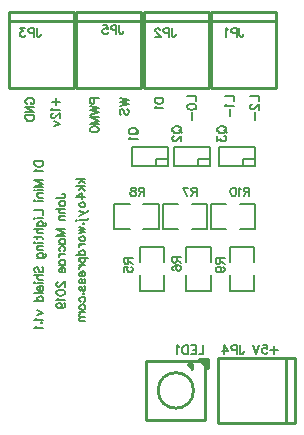
<source format=gbo>
G04 Layer: BottomSilkLayer*
G04 EasyEDA v6.1.52, Mon, 29 Jul 2019 07:14:48 GMT*
G04 763c4d154c644d5a9bd2c91acdf97d9b,a2ddd735335a41bd89ccdca2c933086a,10*
G04 Gerber Generator version 0.2*
G04 Scale: 100 percent, Rotated: No, Reflected: No *
G04 Dimensions in millimeters *
G04 leading zeros omitted , absolute positions ,3 integer and 3 decimal *
%FSLAX33Y33*%
%MOMM*%
G90*
G71D02*

%ADD10C,0.254000*%
%ADD27C,0.199898*%
%ADD29C,0.152400*%
%ADD30C,0.203200*%

%LPD*%
G54D27*
G01X15955Y16491D02*
G01X14635Y16491D01*
G01X14635Y18561D01*
G01X15955Y18561D01*
G01X17087Y16491D02*
G01X18407Y16491D01*
G01X18407Y18561D01*
G01X17087Y18561D01*
G01X18687Y12526D02*
G01X18687Y11206D01*
G01X16617Y11206D01*
G01X16617Y12526D01*
G01X18687Y13658D02*
G01X18687Y14978D01*
G01X16617Y14978D01*
G01X16617Y13658D01*
G01X22370Y12526D02*
G01X22370Y11206D01*
G01X20300Y11206D01*
G01X20300Y12526D01*
G01X22370Y13658D02*
G01X22370Y14978D01*
G01X20300Y14978D01*
G01X20300Y13658D01*
G01X20019Y16491D02*
G01X18699Y16491D01*
G01X18699Y18561D01*
G01X20019Y18561D01*
G01X21151Y16491D02*
G01X22471Y16491D01*
G01X22471Y18561D01*
G01X21151Y18561D01*
G01X13000Y18560D02*
G01X14320Y18560D01*
G01X14320Y16490D01*
G01X13000Y16490D01*
G01X11868Y18560D02*
G01X10548Y18560D01*
G01X10548Y16490D01*
G01X11868Y16490D01*
G01X14750Y12526D02*
G01X14750Y11206D01*
G01X12680Y11206D01*
G01X12680Y12526D01*
G01X14750Y13658D02*
G01X14750Y14978D01*
G01X12680Y14978D01*
G01X12680Y13658D01*
G54D10*
G01X18516Y34874D02*
G01X13030Y34874D01*
G01X13030Y34874D02*
G01X13030Y34112D01*
G01X13030Y34112D02*
G01X13030Y28371D01*
G01X13030Y28371D02*
G01X18516Y28371D01*
G01X18516Y28371D02*
G01X18516Y34112D01*
G01X18516Y34112D02*
G01X18516Y34874D01*
G01X18516Y34112D02*
G01X13030Y34112D01*
G01X25857Y25D02*
G01X25857Y5511D01*
G01X25857Y5511D02*
G01X25095Y5511D01*
G01X25095Y5511D02*
G01X19354Y5511D01*
G01X19354Y5511D02*
G01X19354Y25D01*
G01X19354Y25D02*
G01X25095Y25D01*
G01X25095Y25D02*
G01X25857Y25D01*
G01X25095Y25D02*
G01X25095Y5511D01*
G01X7086Y34874D02*
G01X1600Y34874D01*
G01X1600Y34874D02*
G01X1600Y34112D01*
G01X1600Y34112D02*
G01X1600Y28371D01*
G01X1600Y28371D02*
G01X7086Y28371D01*
G01X7086Y28371D02*
G01X7086Y34112D01*
G01X7086Y34112D02*
G01X7086Y34874D01*
G01X7086Y34112D02*
G01X1600Y34112D01*
G01X24231Y34874D02*
G01X18745Y34874D01*
G01X18745Y34874D02*
G01X18745Y34112D01*
G01X18745Y34112D02*
G01X18745Y28371D01*
G01X18745Y28371D02*
G01X24231Y28371D01*
G01X24231Y28371D02*
G01X24231Y34112D01*
G01X24231Y34112D02*
G01X24231Y34874D01*
G01X24231Y34112D02*
G01X18745Y34112D01*
G54D30*
G01X15113Y22402D02*
G01X14097Y22402D01*
G01X14097Y22402D02*
G01X14097Y21793D01*
G01X15113Y23418D02*
G01X12065Y23418D01*
G01X12065Y23418D02*
G01X12065Y21793D01*
G01X12065Y21793D02*
G01X15113Y21793D01*
G01X15113Y21793D02*
G01X15113Y23418D01*
G01X18669Y22402D02*
G01X17653Y22402D01*
G01X17653Y22402D02*
G01X17653Y21793D01*
G01X18669Y23418D02*
G01X15621Y23418D01*
G01X15621Y23418D02*
G01X15621Y21793D01*
G01X15621Y21793D02*
G01X18669Y21793D01*
G01X18669Y21793D02*
G01X18669Y23418D01*
G01X22479Y22402D02*
G01X21463Y22402D01*
G01X21463Y22402D02*
G01X21463Y21793D01*
G01X22479Y23418D02*
G01X19431Y23418D01*
G01X19431Y23418D02*
G01X19431Y21793D01*
G01X19431Y21793D02*
G01X22479Y21793D01*
G01X22479Y21793D02*
G01X22479Y23418D01*
G54D10*
G01X12801Y34874D02*
G01X7315Y34874D01*
G01X7315Y34874D02*
G01X7315Y34112D01*
G01X7315Y34112D02*
G01X7315Y28371D01*
G01X7315Y28371D02*
G01X12801Y28371D01*
G01X12801Y28371D02*
G01X12801Y34112D01*
G01X12801Y34112D02*
G01X12801Y34874D01*
G01X12801Y34112D02*
G01X7315Y34112D01*
G01X13247Y294D02*
G01X18247Y294D01*
G01X18247Y5294D01*
G01X13247Y5294D01*
G01X13247Y294D01*
G01X18447Y4694D02*
G01X18447Y5444D01*
G01X17697Y5444D01*
G01X18447Y4694D01*
G01X17147Y4594D02*
G01X17147Y4994D01*
G01X16747Y4994D01*
G01X17147Y4594D01*
G54D30*
G01X5276Y27247D02*
G01X5899Y27247D01*
G01X5588Y27559D02*
G01X5588Y26935D01*
G01X5310Y26706D02*
G01X5276Y26637D01*
G01X5172Y26533D01*
G01X5899Y26533D01*
G01X5345Y26270D02*
G01X5310Y26270D01*
G01X5241Y26235D01*
G01X5207Y26201D01*
G01X5172Y26131D01*
G01X5172Y25993D01*
G01X5207Y25924D01*
G01X5241Y25889D01*
G01X5310Y25854D01*
G01X5380Y25854D01*
G01X5449Y25889D01*
G01X5553Y25958D01*
G01X5899Y26305D01*
G01X5899Y25820D01*
G01X5414Y25591D02*
G01X5899Y25383D01*
G01X5414Y25176D02*
G01X5899Y25383D01*
G01X3186Y27039D02*
G01X3117Y27074D01*
G01X3048Y27143D01*
G01X3013Y27212D01*
G01X3013Y27351D01*
G01X3048Y27420D01*
G01X3117Y27489D01*
G01X3186Y27524D01*
G01X3290Y27559D01*
G01X3463Y27559D01*
G01X3567Y27524D01*
G01X3636Y27489D01*
G01X3706Y27420D01*
G01X3740Y27351D01*
G01X3740Y27212D01*
G01X3706Y27143D01*
G01X3636Y27074D01*
G01X3567Y27039D01*
G01X3463Y27039D01*
G01X3463Y27212D02*
G01X3463Y27039D01*
G01X3013Y26810D02*
G01X3740Y26810D01*
G01X3013Y26810D02*
G01X3740Y26325D01*
G01X3013Y26325D02*
G01X3740Y26325D01*
G01X3013Y26097D02*
G01X3740Y26097D01*
G01X3013Y26097D02*
G01X3013Y25854D01*
G01X3048Y25750D01*
G01X3117Y25681D01*
G01X3186Y25647D01*
G01X3290Y25612D01*
G01X3463Y25612D01*
G01X3567Y25647D01*
G01X3636Y25681D01*
G01X3706Y25750D01*
G01X3740Y25854D01*
G01X3740Y26097D01*
G01X13972Y27559D02*
G01X14700Y27559D01*
G01X13972Y27559D02*
G01X13972Y27316D01*
G01X14007Y27212D01*
G01X14076Y27143D01*
G01X14146Y27108D01*
G01X14250Y27074D01*
G01X14423Y27074D01*
G01X14527Y27108D01*
G01X14596Y27143D01*
G01X14665Y27212D01*
G01X14700Y27316D01*
G01X14700Y27559D01*
G01X14111Y26845D02*
G01X14076Y26776D01*
G01X13972Y26672D01*
G01X14700Y26672D01*
G01X22063Y27686D02*
G01X22790Y27686D01*
G01X22790Y27686D02*
G01X22790Y27270D01*
G01X22236Y27007D02*
G01X22201Y27007D01*
G01X22132Y26972D01*
G01X22098Y26937D01*
G01X22063Y26868D01*
G01X22063Y26730D01*
G01X22098Y26660D01*
G01X22132Y26626D01*
G01X22201Y26591D01*
G01X22271Y26591D01*
G01X22340Y26626D01*
G01X22444Y26695D01*
G01X22790Y27041D01*
G01X22790Y26556D01*
G01X22479Y26328D02*
G01X22479Y25704D01*
G01X19904Y27686D02*
G01X20631Y27686D01*
G01X20631Y27686D02*
G01X20631Y27270D01*
G01X20042Y27041D02*
G01X20008Y26972D01*
G01X19904Y26868D01*
G01X20631Y26868D01*
G01X20320Y26639D02*
G01X20320Y26016D01*
G01X16729Y27686D02*
G01X17456Y27686D01*
G01X17456Y27686D02*
G01X17456Y27270D01*
G01X16729Y26833D02*
G01X16764Y26937D01*
G01X16867Y27007D01*
G01X17041Y27041D01*
G01X17145Y27041D01*
G01X17318Y27007D01*
G01X17422Y26937D01*
G01X17456Y26833D01*
G01X17456Y26764D01*
G01X17422Y26660D01*
G01X17318Y26591D01*
G01X17145Y26556D01*
G01X17041Y26556D01*
G01X16867Y26591D01*
G01X16764Y26660D01*
G01X16729Y26764D01*
G01X16729Y26833D01*
G01X17145Y26328D02*
G01X17145Y25704D01*
G01X11014Y27559D02*
G01X11741Y27385D01*
G01X11014Y27212D02*
G01X11741Y27385D01*
G01X11014Y27212D02*
G01X11741Y27039D01*
G01X11014Y26866D02*
G01X11741Y27039D01*
G01X11118Y26152D02*
G01X11049Y26222D01*
G01X11014Y26325D01*
G01X11014Y26464D01*
G01X11049Y26568D01*
G01X11118Y26637D01*
G01X11187Y26637D01*
G01X11256Y26603D01*
G01X11291Y26568D01*
G01X11326Y26499D01*
G01X11395Y26291D01*
G01X11430Y26222D01*
G01X11464Y26187D01*
G01X11533Y26152D01*
G01X11637Y26152D01*
G01X11707Y26222D01*
G01X11741Y26325D01*
G01X11741Y26464D01*
G01X11707Y26568D01*
G01X11637Y26637D01*
G01X8474Y27559D02*
G01X9201Y27559D01*
G01X8474Y27559D02*
G01X8474Y27247D01*
G01X8509Y27143D01*
G01X8543Y27108D01*
G01X8612Y27074D01*
G01X8716Y27074D01*
G01X8786Y27108D01*
G01X8820Y27143D01*
G01X8855Y27247D01*
G01X8855Y27559D01*
G01X8474Y26845D02*
G01X9201Y26672D01*
G01X8474Y26499D02*
G01X9201Y26672D01*
G01X8474Y26499D02*
G01X9201Y26325D01*
G01X8474Y26152D02*
G01X9201Y26325D01*
G01X8474Y25924D02*
G01X9201Y25924D01*
G01X8474Y25924D02*
G01X9201Y25647D01*
G01X8474Y25369D02*
G01X9201Y25647D01*
G01X8474Y25369D02*
G01X9201Y25369D01*
G01X8474Y24933D02*
G01X8509Y25037D01*
G01X8612Y25106D01*
G01X8786Y25141D01*
G01X8890Y25141D01*
G01X9063Y25106D01*
G01X9167Y25037D01*
G01X9201Y24933D01*
G01X9201Y24864D01*
G01X9167Y24760D01*
G01X9063Y24691D01*
G01X8890Y24656D01*
G01X8786Y24656D01*
G01X8612Y24691D01*
G01X8509Y24760D01*
G01X8474Y24864D01*
G01X8474Y24933D01*
G54D29*
G01X24072Y6534D02*
G01X24072Y5911D01*
G01X24384Y6223D02*
G01X23760Y6223D01*
G01X23116Y6638D02*
G01X23462Y6638D01*
G01X23497Y6326D01*
G01X23462Y6361D01*
G01X23358Y6396D01*
G01X23254Y6396D01*
G01X23150Y6361D01*
G01X23081Y6292D01*
G01X23047Y6188D01*
G01X23047Y6119D01*
G01X23081Y6015D01*
G01X23150Y5945D01*
G01X23254Y5911D01*
G01X23358Y5911D01*
G01X23462Y5945D01*
G01X23497Y5980D01*
G01X23531Y6049D01*
G01X22818Y6638D02*
G01X22541Y5911D01*
G01X22264Y6638D02*
G01X22541Y5911D01*
G54D30*
G01X3775Y22225D02*
G01X4502Y22225D01*
G01X3775Y22225D02*
G01X3775Y21982D01*
G01X3810Y21878D01*
G01X3879Y21809D01*
G01X3948Y21774D01*
G01X4052Y21740D01*
G01X4225Y21740D01*
G01X4329Y21774D01*
G01X4398Y21809D01*
G01X4468Y21878D01*
G01X4502Y21982D01*
G01X4502Y22225D01*
G01X3913Y21511D02*
G01X3879Y21442D01*
G01X3775Y21338D01*
G01X4502Y21338D01*
G01X3775Y20576D02*
G01X4502Y20576D01*
G01X3775Y20576D02*
G01X4502Y20299D01*
G01X3775Y20022D02*
G01X4502Y20299D01*
G01X3775Y20022D02*
G01X4502Y20022D01*
G01X3775Y19793D02*
G01X3810Y19758D01*
G01X3775Y19724D01*
G01X3740Y19758D01*
G01X3775Y19793D01*
G01X4017Y19758D02*
G01X4502Y19758D01*
G01X4017Y19495D02*
G01X4502Y19495D01*
G01X4156Y19495D02*
G01X4052Y19391D01*
G01X4017Y19322D01*
G01X4017Y19218D01*
G01X4052Y19149D01*
G01X4156Y19114D01*
G01X4502Y19114D01*
G01X3775Y18886D02*
G01X3810Y18851D01*
G01X3775Y18816D01*
G01X3740Y18851D01*
G01X3775Y18886D01*
G01X4017Y18851D02*
G01X4502Y18851D01*
G01X3775Y18054D02*
G01X4502Y18054D01*
G01X4502Y18054D02*
G01X4502Y17639D01*
G01X3775Y17410D02*
G01X3810Y17375D01*
G01X3775Y17341D01*
G01X3740Y17375D01*
G01X3775Y17410D01*
G01X4017Y17375D02*
G01X4502Y17375D01*
G01X4017Y16697D02*
G01X4572Y16697D01*
G01X4675Y16731D01*
G01X4710Y16766D01*
G01X4745Y16835D01*
G01X4745Y16939D01*
G01X4710Y17008D01*
G01X4121Y16697D02*
G01X4052Y16766D01*
G01X4017Y16835D01*
G01X4017Y16939D01*
G01X4052Y17008D01*
G01X4121Y17078D01*
G01X4225Y17112D01*
G01X4294Y17112D01*
G01X4398Y17078D01*
G01X4468Y17008D01*
G01X4502Y16939D01*
G01X4502Y16835D01*
G01X4468Y16766D01*
G01X4398Y16697D01*
G01X3775Y16468D02*
G01X4502Y16468D01*
G01X4156Y16468D02*
G01X4052Y16364D01*
G01X4017Y16295D01*
G01X4017Y16191D01*
G01X4052Y16122D01*
G01X4156Y16087D01*
G01X4502Y16087D01*
G01X3775Y15754D02*
G01X4364Y15754D01*
G01X4468Y15720D01*
G01X4502Y15651D01*
G01X4502Y15581D01*
G01X4017Y15858D02*
G01X4017Y15616D01*
G01X3775Y15353D02*
G01X3810Y15318D01*
G01X3775Y15283D01*
G01X3740Y15318D01*
G01X3775Y15353D01*
G01X4017Y15318D02*
G01X4502Y15318D01*
G01X4017Y15055D02*
G01X4502Y15055D01*
G01X4156Y15055D02*
G01X4052Y14951D01*
G01X4017Y14882D01*
G01X4017Y14778D01*
G01X4052Y14708D01*
G01X4156Y14674D01*
G01X4502Y14674D01*
G01X4017Y14030D02*
G01X4572Y14030D01*
G01X4675Y14064D01*
G01X4710Y14099D01*
G01X4745Y14168D01*
G01X4745Y14272D01*
G01X4710Y14341D01*
G01X4121Y14030D02*
G01X4052Y14099D01*
G01X4017Y14168D01*
G01X4017Y14272D01*
G01X4052Y14341D01*
G01X4121Y14411D01*
G01X4225Y14445D01*
G01X4294Y14445D01*
G01X4398Y14411D01*
G01X4468Y14341D01*
G01X4502Y14272D01*
G01X4502Y14168D01*
G01X4468Y14099D01*
G01X4398Y14030D01*
G01X3879Y12783D02*
G01X3810Y12852D01*
G01X3775Y12956D01*
G01X3775Y13094D01*
G01X3810Y13198D01*
G01X3879Y13268D01*
G01X3948Y13268D01*
G01X4017Y13233D01*
G01X4052Y13198D01*
G01X4087Y13129D01*
G01X4156Y12921D01*
G01X4191Y12852D01*
G01X4225Y12817D01*
G01X4294Y12783D01*
G01X4398Y12783D01*
G01X4468Y12852D01*
G01X4502Y12956D01*
G01X4502Y13094D01*
G01X4468Y13198D01*
G01X4398Y13268D01*
G01X3775Y12554D02*
G01X4502Y12554D01*
G01X4156Y12554D02*
G01X4052Y12450D01*
G01X4017Y12381D01*
G01X4017Y12277D01*
G01X4052Y12208D01*
G01X4156Y12173D01*
G01X4502Y12173D01*
G01X3775Y11944D02*
G01X3810Y11910D01*
G01X3775Y11875D01*
G01X3740Y11910D01*
G01X3775Y11944D01*
G01X4017Y11910D02*
G01X4502Y11910D01*
G01X4225Y11647D02*
G01X4225Y11231D01*
G01X4156Y11231D01*
G01X4087Y11266D01*
G01X4052Y11300D01*
G01X4017Y11369D01*
G01X4017Y11473D01*
G01X4052Y11543D01*
G01X4121Y11612D01*
G01X4225Y11647D01*
G01X4294Y11647D01*
G01X4398Y11612D01*
G01X4468Y11543D01*
G01X4502Y11473D01*
G01X4502Y11369D01*
G01X4468Y11300D01*
G01X4398Y11231D01*
G01X3775Y11002D02*
G01X4502Y11002D01*
G01X3775Y10358D02*
G01X4502Y10358D01*
G01X4121Y10358D02*
G01X4052Y10427D01*
G01X4017Y10497D01*
G01X4017Y10601D01*
G01X4052Y10670D01*
G01X4121Y10739D01*
G01X4225Y10774D01*
G01X4294Y10774D01*
G01X4398Y10739D01*
G01X4468Y10670D01*
G01X4502Y10601D01*
G01X4502Y10497D01*
G01X4468Y10427D01*
G01X4398Y10358D01*
G01X4017Y9596D02*
G01X4502Y9388D01*
G01X4017Y9180D02*
G01X4502Y9388D01*
G01X3913Y8952D02*
G01X3879Y8883D01*
G01X3775Y8779D01*
G01X4502Y8779D01*
G01X4329Y8515D02*
G01X4364Y8550D01*
G01X4398Y8515D01*
G01X4364Y8481D01*
G01X4329Y8515D01*
G01X3913Y8252D02*
G01X3879Y8183D01*
G01X3775Y8079D01*
G01X4502Y8079D01*
G01X5635Y19084D02*
G01X6189Y19084D01*
G01X6293Y19119D01*
G01X6327Y19153D01*
G01X6362Y19223D01*
G01X6362Y19292D01*
G01X6327Y19361D01*
G01X6293Y19396D01*
G01X6189Y19431D01*
G01X6120Y19431D01*
G01X5877Y18682D02*
G01X5912Y18752D01*
G01X5981Y18821D01*
G01X6085Y18856D01*
G01X6154Y18856D01*
G01X6258Y18821D01*
G01X6327Y18752D01*
G01X6362Y18682D01*
G01X6362Y18578D01*
G01X6327Y18509D01*
G01X6258Y18440D01*
G01X6154Y18405D01*
G01X6085Y18405D01*
G01X5981Y18440D01*
G01X5912Y18509D01*
G01X5877Y18578D01*
G01X5877Y18682D01*
G01X5635Y18177D02*
G01X6362Y18177D01*
G01X6016Y18177D02*
G01X5912Y18073D01*
G01X5877Y18003D01*
G01X5877Y17900D01*
G01X5912Y17830D01*
G01X6016Y17796D01*
G01X6362Y17796D01*
G01X5877Y17567D02*
G01X6362Y17567D01*
G01X6016Y17567D02*
G01X5912Y17463D01*
G01X5877Y17394D01*
G01X5877Y17290D01*
G01X5912Y17221D01*
G01X6016Y17186D01*
G01X6362Y17186D01*
G01X5635Y16424D02*
G01X6362Y16424D01*
G01X5635Y16424D02*
G01X6362Y16147D01*
G01X5635Y15870D02*
G01X6362Y16147D01*
G01X5635Y15870D02*
G01X6362Y15870D01*
G01X5877Y15226D02*
G01X6362Y15226D01*
G01X5981Y15226D02*
G01X5912Y15295D01*
G01X5877Y15364D01*
G01X5877Y15468D01*
G01X5912Y15537D01*
G01X5981Y15607D01*
G01X6085Y15641D01*
G01X6154Y15641D01*
G01X6258Y15607D01*
G01X6327Y15537D01*
G01X6362Y15468D01*
G01X6362Y15364D01*
G01X6327Y15295D01*
G01X6258Y15226D01*
G01X5981Y14581D02*
G01X5912Y14651D01*
G01X5877Y14720D01*
G01X5877Y14824D01*
G01X5912Y14893D01*
G01X5981Y14962D01*
G01X6085Y14997D01*
G01X6154Y14997D01*
G01X6258Y14962D01*
G01X6327Y14893D01*
G01X6362Y14824D01*
G01X6362Y14720D01*
G01X6327Y14651D01*
G01X6258Y14581D01*
G01X5877Y14353D02*
G01X6362Y14353D01*
G01X6085Y14353D02*
G01X5981Y14318D01*
G01X5912Y14249D01*
G01X5877Y14180D01*
G01X5877Y14076D01*
G01X5877Y13431D02*
G01X6362Y13431D01*
G01X5981Y13431D02*
G01X5912Y13501D01*
G01X5877Y13570D01*
G01X5877Y13674D01*
G01X5912Y13743D01*
G01X5981Y13812D01*
G01X6085Y13847D01*
G01X6154Y13847D01*
G01X6258Y13812D01*
G01X6327Y13743D01*
G01X6362Y13674D01*
G01X6362Y13570D01*
G01X6327Y13501D01*
G01X6258Y13431D01*
G01X6085Y13203D02*
G01X6085Y12787D01*
G01X6016Y12787D01*
G01X5946Y12822D01*
G01X5912Y12857D01*
G01X5877Y12926D01*
G01X5877Y13030D01*
G01X5912Y13099D01*
G01X5981Y13168D01*
G01X6085Y13203D01*
G01X6154Y13203D01*
G01X6258Y13168D01*
G01X6327Y13099D01*
G01X6362Y13030D01*
G01X6362Y12926D01*
G01X6327Y12857D01*
G01X6258Y12787D01*
G01X5808Y11991D02*
G01X5773Y11991D01*
G01X5704Y11956D01*
G01X5669Y11921D01*
G01X5635Y11852D01*
G01X5635Y11714D01*
G01X5669Y11644D01*
G01X5704Y11610D01*
G01X5773Y11575D01*
G01X5842Y11575D01*
G01X5912Y11610D01*
G01X6016Y11679D01*
G01X6362Y12025D01*
G01X6362Y11540D01*
G01X5635Y11104D02*
G01X5669Y11208D01*
G01X5773Y11277D01*
G01X5946Y11312D01*
G01X6050Y11312D01*
G01X6223Y11277D01*
G01X6327Y11208D01*
G01X6362Y11104D01*
G01X6362Y11035D01*
G01X6327Y10931D01*
G01X6223Y10861D01*
G01X6050Y10827D01*
G01X5946Y10827D01*
G01X5773Y10861D01*
G01X5669Y10931D01*
G01X5635Y11035D01*
G01X5635Y11104D01*
G01X5773Y10598D02*
G01X5739Y10529D01*
G01X5635Y10425D01*
G01X6362Y10425D01*
G01X5877Y9746D02*
G01X5981Y9781D01*
G01X6050Y9850D01*
G01X6085Y9954D01*
G01X6085Y9989D01*
G01X6050Y10093D01*
G01X5981Y10162D01*
G01X5877Y10196D01*
G01X5842Y10196D01*
G01X5739Y10162D01*
G01X5669Y10093D01*
G01X5635Y9989D01*
G01X5635Y9954D01*
G01X5669Y9850D01*
G01X5739Y9781D01*
G01X5877Y9746D01*
G01X6050Y9746D01*
G01X6223Y9781D01*
G01X6327Y9850D01*
G01X6362Y9954D01*
G01X6362Y10023D01*
G01X6327Y10127D01*
G01X6258Y10162D01*
G01X7331Y20701D02*
G01X8058Y20701D01*
G01X7573Y20354D02*
G01X7920Y20701D01*
G01X7781Y20562D02*
G01X8058Y20320D01*
G01X7331Y20091D02*
G01X8058Y20091D01*
G01X7573Y19745D02*
G01X7920Y20091D01*
G01X7781Y19952D02*
G01X8058Y19710D01*
G01X7331Y19135D02*
G01X7816Y19481D01*
G01X7816Y18962D01*
G01X7331Y19135D02*
G01X8058Y19135D01*
G01X7573Y18560D02*
G01X7608Y18629D01*
G01X7677Y18699D01*
G01X7781Y18733D01*
G01X7850Y18733D01*
G01X7954Y18699D01*
G01X8024Y18629D01*
G01X8058Y18560D01*
G01X8058Y18456D01*
G01X8024Y18387D01*
G01X7954Y18318D01*
G01X7850Y18283D01*
G01X7781Y18283D01*
G01X7677Y18318D01*
G01X7608Y18387D01*
G01X7573Y18456D01*
G01X7573Y18560D01*
G01X7573Y18020D02*
G01X8058Y17812D01*
G01X7573Y17604D02*
G01X8058Y17812D01*
G01X8197Y17881D01*
G01X8266Y17950D01*
G01X8301Y18020D01*
G01X8301Y18054D01*
G01X7331Y17237D02*
G01X7366Y17202D01*
G01X7331Y17168D01*
G01X7296Y17202D01*
G01X7331Y17237D01*
G01X7573Y17202D02*
G01X8162Y17202D01*
G01X8266Y17237D01*
G01X8301Y17306D01*
G01X8301Y17375D01*
G01X7885Y16904D02*
G01X7920Y16939D01*
G01X7954Y16904D01*
G01X7920Y16870D01*
G01X7885Y16904D01*
G01X7573Y16641D02*
G01X8058Y16503D01*
G01X7573Y16364D02*
G01X8058Y16503D01*
G01X7573Y16364D02*
G01X8058Y16225D01*
G01X7573Y16087D02*
G01X8058Y16225D01*
G01X7573Y15685D02*
G01X7608Y15754D01*
G01X7677Y15824D01*
G01X7781Y15858D01*
G01X7850Y15858D01*
G01X7954Y15824D01*
G01X8024Y15754D01*
G01X8058Y15685D01*
G01X8058Y15581D01*
G01X8024Y15512D01*
G01X7954Y15443D01*
G01X7850Y15408D01*
G01X7781Y15408D01*
G01X7677Y15443D01*
G01X7608Y15512D01*
G01X7573Y15581D01*
G01X7573Y15685D01*
G01X7573Y15179D02*
G01X8058Y15179D01*
G01X7781Y15179D02*
G01X7677Y15145D01*
G01X7608Y15076D01*
G01X7573Y15006D01*
G01X7573Y14902D01*
G01X7331Y14258D02*
G01X8058Y14258D01*
G01X7677Y14258D02*
G01X7608Y14327D01*
G01X7573Y14397D01*
G01X7573Y14501D01*
G01X7608Y14570D01*
G01X7677Y14639D01*
G01X7781Y14674D01*
G01X7850Y14674D01*
G01X7954Y14639D01*
G01X8024Y14570D01*
G01X8058Y14501D01*
G01X8058Y14397D01*
G01X8024Y14327D01*
G01X7954Y14258D01*
G01X7573Y14030D02*
G01X8301Y14030D01*
G01X7677Y14030D02*
G01X7608Y13960D01*
G01X7573Y13891D01*
G01X7573Y13787D01*
G01X7608Y13718D01*
G01X7677Y13649D01*
G01X7781Y13614D01*
G01X7850Y13614D01*
G01X7954Y13649D01*
G01X8024Y13718D01*
G01X8058Y13787D01*
G01X8058Y13891D01*
G01X8024Y13960D01*
G01X7954Y14030D01*
G01X7573Y13385D02*
G01X8058Y13385D01*
G01X7781Y13385D02*
G01X7677Y13351D01*
G01X7608Y13281D01*
G01X7573Y13212D01*
G01X7573Y13108D01*
G01X7781Y12880D02*
G01X7781Y12464D01*
G01X7712Y12464D01*
G01X7643Y12499D01*
G01X7608Y12533D01*
G01X7573Y12603D01*
G01X7573Y12706D01*
G01X7608Y12776D01*
G01X7677Y12845D01*
G01X7781Y12880D01*
G01X7850Y12880D01*
G01X7954Y12845D01*
G01X8024Y12776D01*
G01X8058Y12706D01*
G01X8058Y12603D01*
G01X8024Y12533D01*
G01X7954Y12464D01*
G01X7677Y11854D02*
G01X7608Y11889D01*
G01X7573Y11993D01*
G01X7573Y12097D01*
G01X7608Y12201D01*
G01X7677Y12235D01*
G01X7747Y12201D01*
G01X7781Y12131D01*
G01X7816Y11958D01*
G01X7850Y11889D01*
G01X7920Y11854D01*
G01X7954Y11854D01*
G01X8024Y11889D01*
G01X8058Y11993D01*
G01X8058Y12097D01*
G01X8024Y12201D01*
G01X7954Y12235D01*
G01X7677Y11245D02*
G01X7608Y11279D01*
G01X7573Y11383D01*
G01X7573Y11487D01*
G01X7608Y11591D01*
G01X7677Y11626D01*
G01X7747Y11591D01*
G01X7781Y11522D01*
G01X7816Y11349D01*
G01X7850Y11279D01*
G01X7920Y11245D01*
G01X7954Y11245D01*
G01X8024Y11279D01*
G01X8058Y11383D01*
G01X8058Y11487D01*
G01X8024Y11591D01*
G01X7954Y11626D01*
G01X7885Y10982D02*
G01X7920Y11016D01*
G01X7954Y10982D01*
G01X7920Y10947D01*
G01X7885Y10982D01*
G01X7677Y10303D02*
G01X7608Y10372D01*
G01X7573Y10441D01*
G01X7573Y10545D01*
G01X7608Y10614D01*
G01X7677Y10684D01*
G01X7781Y10718D01*
G01X7850Y10718D01*
G01X7954Y10684D01*
G01X8024Y10614D01*
G01X8058Y10545D01*
G01X8058Y10441D01*
G01X8024Y10372D01*
G01X7954Y10303D01*
G01X7573Y9901D02*
G01X7608Y9970D01*
G01X7677Y10039D01*
G01X7781Y10074D01*
G01X7850Y10074D01*
G01X7954Y10039D01*
G01X8024Y9970D01*
G01X8058Y9901D01*
G01X8058Y9797D01*
G01X8024Y9728D01*
G01X7954Y9658D01*
G01X7850Y9624D01*
G01X7781Y9624D01*
G01X7677Y9658D01*
G01X7608Y9728D01*
G01X7573Y9797D01*
G01X7573Y9901D01*
G01X7573Y9395D02*
G01X8058Y9395D01*
G01X7712Y9395D02*
G01X7608Y9291D01*
G01X7573Y9222D01*
G01X7573Y9118D01*
G01X7608Y9049D01*
G01X7712Y9014D01*
G01X8058Y9014D01*
G01X7712Y9014D02*
G01X7608Y8910D01*
G01X7573Y8841D01*
G01X7573Y8737D01*
G01X7608Y8668D01*
G01X7712Y8633D01*
G01X8058Y8633D01*
G54D29*
G01X17526Y19973D02*
G01X17526Y19246D01*
G01X17526Y19973D02*
G01X17214Y19973D01*
G01X17110Y19939D01*
G01X17075Y19904D01*
G01X17041Y19835D01*
G01X17041Y19765D01*
G01X17075Y19696D01*
G01X17110Y19661D01*
G01X17214Y19627D01*
G01X17526Y19627D01*
G01X17283Y19627D02*
G01X17041Y19246D01*
G01X16327Y19973D02*
G01X16673Y19246D01*
G01X16812Y19973D02*
G01X16327Y19973D01*
G01X15459Y14097D02*
G01X16186Y14097D01*
G01X15459Y14097D02*
G01X15459Y13785D01*
G01X15494Y13681D01*
G01X15528Y13646D01*
G01X15597Y13612D01*
G01X15667Y13612D01*
G01X15736Y13646D01*
G01X15771Y13681D01*
G01X15805Y13785D01*
G01X15805Y14097D01*
G01X15805Y13854D02*
G01X16186Y13612D01*
G01X15563Y12967D02*
G01X15494Y13002D01*
G01X15459Y13106D01*
G01X15459Y13175D01*
G01X15494Y13279D01*
G01X15597Y13348D01*
G01X15771Y13383D01*
G01X15944Y13383D01*
G01X16082Y13348D01*
G01X16152Y13279D01*
G01X16186Y13175D01*
G01X16186Y13141D01*
G01X16152Y13037D01*
G01X16082Y12967D01*
G01X15978Y12933D01*
G01X15944Y12933D01*
G01X15840Y12967D01*
G01X15771Y13037D01*
G01X15736Y13141D01*
G01X15736Y13175D01*
G01X15771Y13279D01*
G01X15840Y13348D01*
G01X15944Y13383D01*
G01X19142Y13970D02*
G01X19869Y13970D01*
G01X19142Y13970D02*
G01X19142Y13658D01*
G01X19177Y13554D01*
G01X19211Y13519D01*
G01X19280Y13485D01*
G01X19350Y13485D01*
G01X19419Y13519D01*
G01X19454Y13554D01*
G01X19488Y13658D01*
G01X19488Y13970D01*
G01X19488Y13727D02*
G01X19869Y13485D01*
G01X19384Y12806D02*
G01X19488Y12840D01*
G01X19558Y12910D01*
G01X19592Y13014D01*
G01X19592Y13048D01*
G01X19558Y13152D01*
G01X19488Y13221D01*
G01X19384Y13256D01*
G01X19350Y13256D01*
G01X19246Y13221D01*
G01X19177Y13152D01*
G01X19142Y13048D01*
G01X19142Y13014D01*
G01X19177Y12910D01*
G01X19246Y12840D01*
G01X19384Y12806D01*
G01X19558Y12806D01*
G01X19731Y12840D01*
G01X19835Y12910D01*
G01X19869Y13014D01*
G01X19869Y13083D01*
G01X19835Y13187D01*
G01X19765Y13221D01*
G01X21971Y19973D02*
G01X21971Y19246D01*
G01X21971Y19973D02*
G01X21659Y19973D01*
G01X21555Y19939D01*
G01X21520Y19904D01*
G01X21486Y19835D01*
G01X21486Y19765D01*
G01X21520Y19696D01*
G01X21555Y19661D01*
G01X21659Y19627D01*
G01X21971Y19627D01*
G01X21728Y19627D02*
G01X21486Y19246D01*
G01X21257Y19835D02*
G01X21188Y19869D01*
G01X21084Y19973D01*
G01X21084Y19246D01*
G01X20647Y19973D02*
G01X20751Y19939D01*
G01X20821Y19835D01*
G01X20855Y19661D01*
G01X20855Y19558D01*
G01X20821Y19384D01*
G01X20751Y19280D01*
G01X20647Y19246D01*
G01X20578Y19246D01*
G01X20474Y19280D01*
G01X20405Y19384D01*
G01X20370Y19558D01*
G01X20370Y19661D01*
G01X20405Y19835D01*
G01X20474Y19939D01*
G01X20578Y19973D01*
G01X20647Y19973D01*
G01X13081Y19973D02*
G01X13081Y19246D01*
G01X13081Y19973D02*
G01X12769Y19973D01*
G01X12665Y19939D01*
G01X12630Y19904D01*
G01X12596Y19835D01*
G01X12596Y19765D01*
G01X12630Y19696D01*
G01X12665Y19661D01*
G01X12769Y19627D01*
G01X13081Y19627D01*
G01X12838Y19627D02*
G01X12596Y19246D01*
G01X12194Y19973D02*
G01X12298Y19939D01*
G01X12332Y19869D01*
G01X12332Y19800D01*
G01X12298Y19731D01*
G01X12228Y19696D01*
G01X12090Y19661D01*
G01X11986Y19627D01*
G01X11917Y19558D01*
G01X11882Y19488D01*
G01X11882Y19384D01*
G01X11917Y19315D01*
G01X11951Y19280D01*
G01X12055Y19246D01*
G01X12194Y19246D01*
G01X12298Y19280D01*
G01X12332Y19315D01*
G01X12367Y19384D01*
G01X12367Y19488D01*
G01X12332Y19558D01*
G01X12263Y19627D01*
G01X12159Y19661D01*
G01X12021Y19696D01*
G01X11951Y19731D01*
G01X11917Y19800D01*
G01X11917Y19869D01*
G01X11951Y19939D01*
G01X12055Y19973D01*
G01X12194Y19973D01*
G01X11383Y13990D02*
G01X12111Y13990D01*
G01X11383Y13990D02*
G01X11383Y13678D01*
G01X11418Y13574D01*
G01X11453Y13540D01*
G01X11522Y13505D01*
G01X11591Y13505D01*
G01X11661Y13540D01*
G01X11695Y13574D01*
G01X11730Y13678D01*
G01X11730Y13990D01*
G01X11730Y13747D02*
G01X12111Y13505D01*
G01X11383Y12861D02*
G01X11383Y13207D01*
G01X11695Y13242D01*
G01X11661Y13207D01*
G01X11626Y13103D01*
G01X11626Y12999D01*
G01X11661Y12895D01*
G01X11730Y12826D01*
G01X11834Y12791D01*
G01X11903Y12791D01*
G01X12007Y12826D01*
G01X12076Y12895D01*
G01X12111Y12999D01*
G01X12111Y13103D01*
G01X12076Y13207D01*
G01X12042Y13242D01*
G01X11972Y13276D01*
G01X15401Y33467D02*
G01X15401Y32913D01*
G01X15436Y32809D01*
G01X15470Y32774D01*
G01X15540Y32740D01*
G01X15609Y32740D01*
G01X15678Y32774D01*
G01X15713Y32809D01*
G01X15748Y32913D01*
G01X15748Y32982D01*
G01X15173Y33467D02*
G01X15173Y32740D01*
G01X15173Y33467D02*
G01X14861Y33467D01*
G01X14757Y33432D01*
G01X14722Y33398D01*
G01X14688Y33328D01*
G01X14688Y33224D01*
G01X14722Y33155D01*
G01X14757Y33121D01*
G01X14861Y33086D01*
G01X15173Y33086D01*
G01X14424Y33294D02*
G01X14424Y33328D01*
G01X14390Y33398D01*
G01X14355Y33432D01*
G01X14286Y33467D01*
G01X14147Y33467D01*
G01X14078Y33432D01*
G01X14043Y33398D01*
G01X14009Y33328D01*
G01X14009Y33259D01*
G01X14043Y33190D01*
G01X14113Y33086D01*
G01X14459Y32740D01*
G01X13974Y32740D01*
G01X21146Y6603D02*
G01X21146Y6049D01*
G01X21181Y5945D01*
G01X21215Y5911D01*
G01X21285Y5876D01*
G01X21354Y5876D01*
G01X21423Y5911D01*
G01X21458Y5945D01*
G01X21492Y6049D01*
G01X21492Y6119D01*
G01X20918Y6603D02*
G01X20918Y5876D01*
G01X20918Y6603D02*
G01X20606Y6603D01*
G01X20502Y6569D01*
G01X20467Y6534D01*
G01X20433Y6465D01*
G01X20433Y6361D01*
G01X20467Y6292D01*
G01X20502Y6257D01*
G01X20606Y6222D01*
G01X20918Y6222D01*
G01X19858Y6603D02*
G01X20204Y6119D01*
G01X19684Y6119D01*
G01X19858Y6603D02*
G01X19858Y5876D01*
G01X3971Y33467D02*
G01X3971Y32913D01*
G01X4006Y32809D01*
G01X4040Y32774D01*
G01X4110Y32740D01*
G01X4179Y32740D01*
G01X4248Y32774D01*
G01X4283Y32809D01*
G01X4318Y32913D01*
G01X4318Y32982D01*
G01X3743Y33467D02*
G01X3743Y32740D01*
G01X3743Y33467D02*
G01X3431Y33467D01*
G01X3327Y33432D01*
G01X3292Y33398D01*
G01X3258Y33328D01*
G01X3258Y33224D01*
G01X3292Y33155D01*
G01X3327Y33121D01*
G01X3431Y33086D01*
G01X3743Y33086D01*
G01X2960Y33467D02*
G01X2579Y33467D01*
G01X2787Y33190D01*
G01X2683Y33190D01*
G01X2613Y33155D01*
G01X2579Y33121D01*
G01X2544Y33017D01*
G01X2544Y32947D01*
G01X2579Y32843D01*
G01X2648Y32774D01*
G01X2752Y32740D01*
G01X2856Y32740D01*
G01X2960Y32774D01*
G01X2994Y32809D01*
G01X3029Y32878D01*
G01X21116Y33467D02*
G01X21116Y32913D01*
G01X21151Y32809D01*
G01X21185Y32774D01*
G01X21255Y32740D01*
G01X21324Y32740D01*
G01X21393Y32774D01*
G01X21428Y32809D01*
G01X21463Y32913D01*
G01X21463Y32982D01*
G01X20888Y33467D02*
G01X20888Y32740D01*
G01X20888Y33467D02*
G01X20576Y33467D01*
G01X20472Y33432D01*
G01X20437Y33398D01*
G01X20403Y33328D01*
G01X20403Y33224D01*
G01X20437Y33155D01*
G01X20472Y33121D01*
G01X20576Y33086D01*
G01X20888Y33086D01*
G01X20174Y33328D02*
G01X20105Y33363D01*
G01X20001Y33467D01*
G01X20001Y32740D01*
G01X11776Y24811D02*
G01X11811Y24880D01*
G01X11880Y24949D01*
G01X11949Y24984D01*
G01X12053Y25019D01*
G01X12226Y25019D01*
G01X12330Y24984D01*
G01X12399Y24949D01*
G01X12469Y24880D01*
G01X12503Y24811D01*
G01X12503Y24672D01*
G01X12469Y24603D01*
G01X12399Y24534D01*
G01X12330Y24499D01*
G01X12226Y24464D01*
G01X12053Y24464D01*
G01X11949Y24499D01*
G01X11880Y24534D01*
G01X11811Y24603D01*
G01X11776Y24672D01*
G01X11776Y24811D01*
G01X12365Y24707D02*
G01X12573Y24499D01*
G01X11914Y24236D02*
G01X11880Y24166D01*
G01X11776Y24063D01*
G01X12503Y24063D01*
G01X15459Y24938D02*
G01X15494Y25007D01*
G01X15563Y25076D01*
G01X15632Y25111D01*
G01X15736Y25146D01*
G01X15909Y25146D01*
G01X16013Y25111D01*
G01X16082Y25076D01*
G01X16152Y25007D01*
G01X16186Y24938D01*
G01X16186Y24799D01*
G01X16152Y24730D01*
G01X16082Y24661D01*
G01X16013Y24626D01*
G01X15909Y24591D01*
G01X15736Y24591D01*
G01X15632Y24626D01*
G01X15563Y24661D01*
G01X15494Y24730D01*
G01X15459Y24799D01*
G01X15459Y24938D01*
G01X16048Y24834D02*
G01X16256Y24626D01*
G01X15632Y24328D02*
G01X15597Y24328D01*
G01X15528Y24293D01*
G01X15494Y24259D01*
G01X15459Y24190D01*
G01X15459Y24051D01*
G01X15494Y23982D01*
G01X15528Y23947D01*
G01X15597Y23912D01*
G01X15667Y23912D01*
G01X15736Y23947D01*
G01X15840Y24016D01*
G01X16186Y24363D01*
G01X16186Y23878D01*
G01X19269Y24938D02*
G01X19304Y25007D01*
G01X19373Y25076D01*
G01X19442Y25111D01*
G01X19546Y25146D01*
G01X19719Y25146D01*
G01X19823Y25111D01*
G01X19892Y25076D01*
G01X19962Y25007D01*
G01X19996Y24938D01*
G01X19996Y24799D01*
G01X19962Y24730D01*
G01X19892Y24661D01*
G01X19823Y24626D01*
G01X19719Y24591D01*
G01X19546Y24591D01*
G01X19442Y24626D01*
G01X19373Y24661D01*
G01X19304Y24730D01*
G01X19269Y24799D01*
G01X19269Y24938D01*
G01X19858Y24834D02*
G01X20066Y24626D01*
G01X19269Y24293D02*
G01X19269Y23912D01*
G01X19546Y24120D01*
G01X19546Y24016D01*
G01X19581Y23947D01*
G01X19615Y23912D01*
G01X19719Y23878D01*
G01X19788Y23878D01*
G01X19892Y23912D01*
G01X19962Y23982D01*
G01X19996Y24086D01*
G01X19996Y24190D01*
G01X19962Y24293D01*
G01X19927Y24328D01*
G01X19858Y24363D01*
G01X10949Y33702D02*
G01X10949Y33148D01*
G01X10983Y33044D01*
G01X11018Y33009D01*
G01X11087Y32974D01*
G01X11156Y32974D01*
G01X11226Y33009D01*
G01X11260Y33044D01*
G01X11295Y33148D01*
G01X11295Y33217D01*
G01X10720Y33702D02*
G01X10720Y32974D01*
G01X10720Y33702D02*
G01X10408Y33702D01*
G01X10304Y33667D01*
G01X10270Y33633D01*
G01X10235Y33563D01*
G01X10235Y33459D01*
G01X10270Y33390D01*
G01X10304Y33355D01*
G01X10408Y33321D01*
G01X10720Y33321D01*
G01X9591Y33702D02*
G01X9937Y33702D01*
G01X9972Y33390D01*
G01X9937Y33425D01*
G01X9833Y33459D01*
G01X9729Y33459D01*
G01X9625Y33425D01*
G01X9556Y33355D01*
G01X9522Y33252D01*
G01X9522Y33182D01*
G01X9556Y33078D01*
G01X9625Y33009D01*
G01X9729Y32974D01*
G01X9833Y32974D01*
G01X9937Y33009D01*
G01X9972Y33044D01*
G01X10006Y33113D01*
G01X18084Y6604D02*
G01X18084Y5876D01*
G01X18084Y5876D02*
G01X17669Y5876D01*
G01X17440Y6604D02*
G01X17440Y5876D01*
G01X17440Y6604D02*
G01X16990Y6604D01*
G01X17440Y6257D02*
G01X17163Y6257D01*
G01X17440Y5876D02*
G01X16990Y5876D01*
G01X16761Y6604D02*
G01X16761Y5876D01*
G01X16761Y6604D02*
G01X16519Y6604D01*
G01X16415Y6569D01*
G01X16346Y6500D01*
G01X16311Y6430D01*
G01X16276Y6326D01*
G01X16276Y6153D01*
G01X16311Y6049D01*
G01X16346Y5980D01*
G01X16415Y5911D01*
G01X16519Y5876D01*
G01X16761Y5876D01*
G01X16048Y6465D02*
G01X15978Y6500D01*
G01X15875Y6604D01*
G01X15875Y5876D01*
G54D10*
G75*
G01X17248Y2794D02*
G03X17248Y2794I-1500J0D01*
G01*
M00*
M02*

</source>
